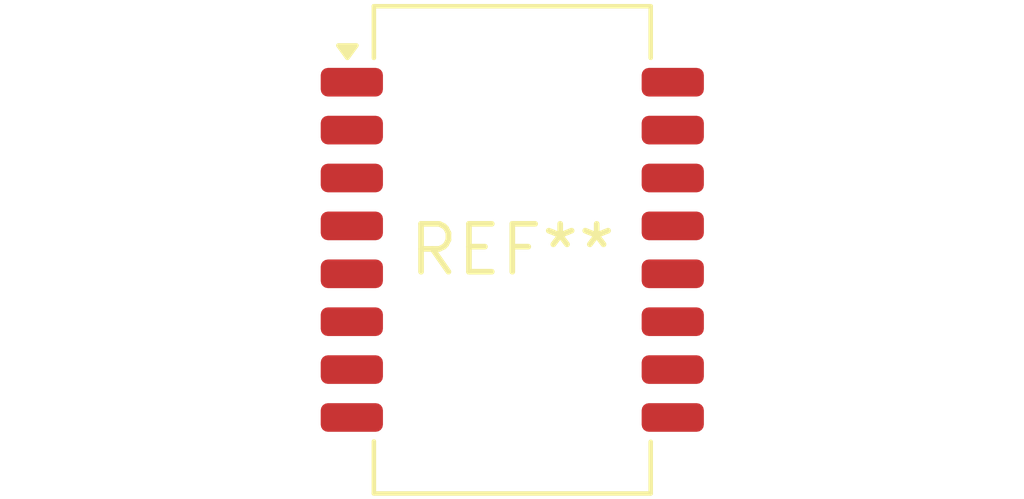
<source format=kicad_pcb>
(kicad_pcb (version 20240108) (generator pcbnew)
  (layers (0 "F.Cu" signal) (31 "B.Cu" signal) (34 "B.Paste" user) (35 "F.Paste" user) (36 "B.SilkS" user "B.Silkscreen") (37 "F.SilkS" user "F.Silkscreen") (38 "B.Mask" user) (39 "F.Mask" user) (44 "Edge.Cuts" user))
  (net 0 "")
  (footprint "Transformer_Pulse_H1100NL" (layer "F.Cu") (at 0 0)
    (property "Reference" "REF**")
    (property "Value" "Transformer_Pulse_H1100NL")
    (fp_line (start -3.67 -6.46) (end -3.67 -5.09) (layer "F.SilkS") (stroke (width 0.12)))
    (fp_line (start -3.67 6.46) (end -3.67 5.08) (layer "F.SilkS") (stroke (width 0.12)))
    (fp_line (start 3.67 -6.46) (end -3.67 -6.46) (layer "F.SilkS") (stroke (width 0.12)))
    (fp_line (start 3.67 -5.09) (end 3.67 -6.46) (layer "F.SilkS") (stroke (width 0.12)))
    (fp_line (start 3.67 6.46) (end -3.67 6.46) (layer "F.SilkS") (stroke (width 0.12)))
    (fp_line (start 3.67 6.46) (end 3.67 5.09) (layer "F.SilkS") (stroke (width 0.12)))
    (fp_poly (pts (xy -4.3725 -5.09) (xy -4.6125 -5.42) (xy -4.1325 -5.42) (xy -4.3725 -5.09)) (layer "F.SilkS") (stroke (width 0.12)) (fill solid))
    (pad "1" smd roundrect (at -4.255 -4.445) (size 1.65 0.76) (layers "F.Cu" "F.Paste" "F.Mask"))
    (pad "2" smd roundrect (at -4.255 -3.175) (size 1.65 0.76) (layers "F.Cu" "F.Paste" "F.Mask"))
    (pad "3" smd roundrect (at -4.255 -1.905) (size 1.65 0.76) (layers "F.Cu" "F.Paste" "F.Mask"))
    (pad "4" smd roundrect (at -4.255 -0.635) (size 1.65 0.76) (layers "F.Cu" "F.Paste" "F.Mask"))
    (pad "5" smd roundrect (at -4.255 0.635) (size 1.65 0.76) (layers "F.Cu" "F.Paste" "F.Mask"))
    (pad "6" smd roundrect (at -4.255 1.905) (size 1.65 0.76) (layers "F.Cu" "F.Paste" "F.Mask"))
    (pad "7" smd roundrect (at -4.255 3.175) (size 1.65 0.76) (layers "F.Cu" "F.Paste" "F.Mask"))
    (pad "8" smd roundrect (at -4.255 4.445) (size 1.65 0.76) (layers "F.Cu" "F.Paste" "F.Mask"))
    (pad "9" smd roundrect (at 4.255 4.445) (size 1.65 0.76) (layers "F.Cu" "F.Paste" "F.Mask"))
    (pad "10" smd roundrect (at 4.255 3.175) (size 1.65 0.76) (layers "F.Cu" "F.Paste" "F.Mask"))
    (pad "11" smd roundrect (at 4.255 1.905) (size 1.65 0.76) (layers "F.Cu" "F.Paste" "F.Mask"))
    (pad "12" smd roundrect (at 4.255 0.635) (size 1.65 0.76) (layers "F.Cu" "F.Paste" "F.Mask"))
    (pad "13" smd roundrect (at 4.255 -0.635) (size 1.65 0.76) (layers "F.Cu" "F.Paste" "F.Mask"))
    (pad "14" smd roundrect (at 4.255 -1.905) (size 1.65 0.76) (layers "F.Cu" "F.Paste" "F.Mask"))
    (pad "15" smd roundrect (at 4.255 -3.175) (size 1.65 0.76) (layers "F.Cu" "F.Paste" "F.Mask"))
    (pad "16" smd roundrect (at 4.255 -4.445) (size 1.65 0.76) (layers "F.Cu" "F.Paste" "F.Mask"))
  )
)
</source>
